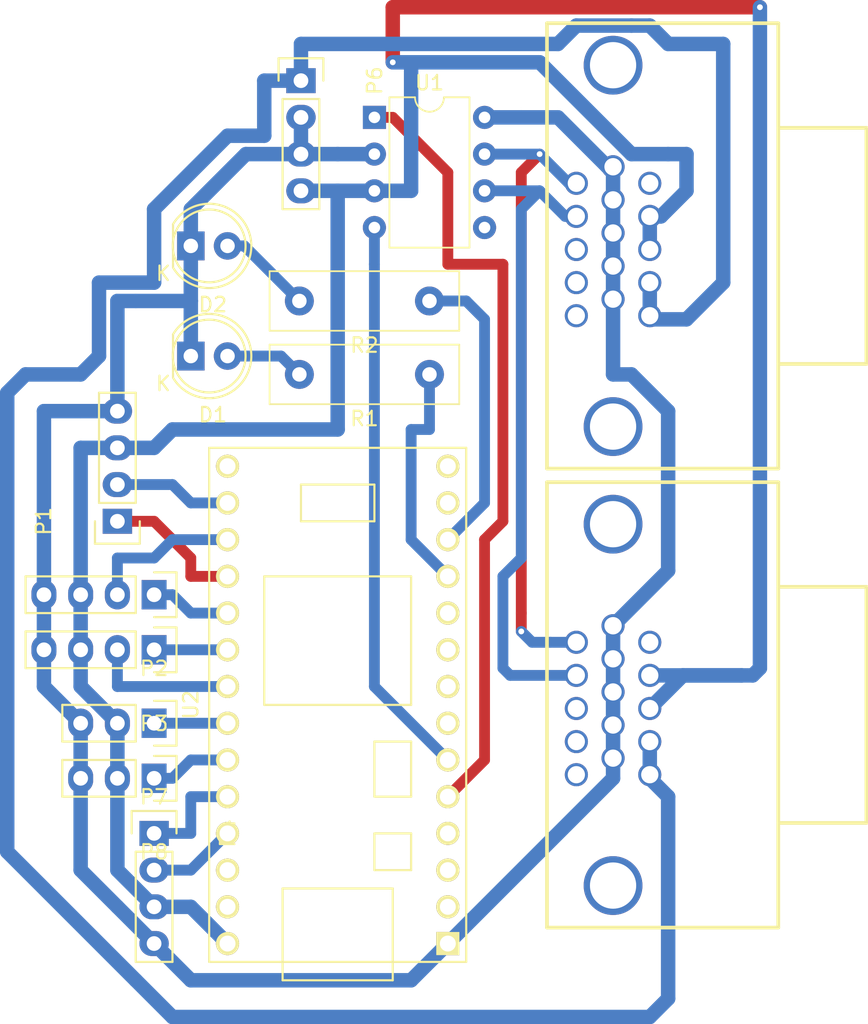
<source format=kicad_pcb>
(kicad_pcb (version 4) (host pcbnew 4.0.5)

  (general
    (links 60)
    (no_connects 8)
    (area 0 0 0 0)
    (thickness 1.6)
    (drawings 0)
    (tracks 177)
    (zones 0)
    (modules 15)
    (nets 24)
  )

  (page A4)
  (layers
    (0 F.Cu signal)
    (31 B.Cu signal)
    (32 B.Adhes user)
    (33 F.Adhes user)
    (34 B.Paste user)
    (35 F.Paste user)
    (36 B.SilkS user)
    (37 F.SilkS user)
    (38 B.Mask user)
    (39 F.Mask user)
    (40 Dwgs.User user)
    (41 Cmts.User user)
    (42 Eco1.User user)
    (43 Eco2.User user)
    (44 Edge.Cuts user)
    (45 Margin user)
    (46 B.CrtYd user)
    (47 F.CrtYd user)
    (48 B.Fab user)
    (49 F.Fab user)
  )

  (setup
    (last_trace_width 0.75)
    (trace_clearance 0.2)
    (zone_clearance 0.508)
    (zone_45_only no)
    (trace_min 0.2)
    (segment_width 0.2)
    (edge_width 0.1)
    (via_size 0.6)
    (via_drill 0.4)
    (via_min_size 0.4)
    (via_min_drill 0.3)
    (uvia_size 0.3)
    (uvia_drill 0.1)
    (uvias_allowed no)
    (uvia_min_size 0.2)
    (uvia_min_drill 0.1)
    (pcb_text_width 0.3)
    (pcb_text_size 1.5 1.5)
    (mod_edge_width 0.15)
    (mod_text_size 1 1)
    (mod_text_width 0.15)
    (pad_size 1.5 1.5)
    (pad_drill 0.6)
    (pad_to_mask_clearance 0)
    (aux_axis_origin 0 0)
    (visible_elements FFFFFF7F)
    (pcbplotparams
      (layerselection 0x00030_80000001)
      (usegerberextensions false)
      (excludeedgelayer true)
      (linewidth 0.100000)
      (plotframeref false)
      (viasonmask false)
      (mode 1)
      (useauxorigin false)
      (hpglpennumber 1)
      (hpglpenspeed 20)
      (hpglpendiameter 15)
      (hpglpenoverlay 2)
      (psnegative false)
      (psa4output false)
      (plotreference true)
      (plotvalue true)
      (plotinvisibletext false)
      (padsonsilk false)
      (subtractmaskfromsilk false)
      (outputformat 1)
      (mirror false)
      (drillshape 1)
      (scaleselection 1)
      (outputdirectory ""))
  )

  (net 0 "")
  (net 1 GND)
  (net 2 "Net-(D1-Pad2)")
  (net 3 "Net-(D2-Pad2)")
  (net 4 "Net-(J1-Pad0)")
  (net 5 +12V)
  (net 6 +5V)
  (net 7 "Net-(J2-Pad0)")
  (net 8 "Net-(R1-Pad1)")
  (net 9 "Net-(R2-Pad1)")
  (net 10 "Net-(U1-Pad1)")
  (net 11 "Net-(U1-Pad4)")
  (net 12 /CAN_LOW)
  (net 13 /CAN_HIGH)
  (net 14 /B1)
  (net 15 /A1)
  (net 16 /B2)
  (net 17 /A2)
  (net 18 /A3)
  (net 19 /B3)
  (net 20 /A4)
  (net 21 /B4)
  (net 22 /A7)
  (net 23 /A8)

  (net_class Default "This is the default net class."
    (clearance 0.2)
    (trace_width 0.75)
    (via_dia 0.6)
    (via_drill 0.4)
    (uvia_dia 0.3)
    (uvia_drill 0.1)
    (add_net /A1)
    (add_net /A2)
    (add_net /A3)
    (add_net /A4)
    (add_net /A7)
    (add_net /A8)
    (add_net /B1)
    (add_net /B2)
    (add_net /B3)
    (add_net /B4)
    (add_net /CAN_HIGH)
    (add_net /CAN_LOW)
    (add_net "Net-(D1-Pad2)")
    (add_net "Net-(D2-Pad2)")
    (add_net "Net-(J1-Pad0)")
    (add_net "Net-(J2-Pad0)")
    (add_net "Net-(R1-Pad1)")
    (add_net "Net-(R2-Pad1)")
    (add_net "Net-(U1-Pad1)")
    (add_net "Net-(U1-Pad4)")
  )

  (net_class Power ""
    (clearance 0.2)
    (trace_width 1)
    (via_dia 0.6)
    (via_drill 0.4)
    (uvia_dia 0.3)
    (uvia_drill 0.1)
    (add_net +12V)
    (add_net +5V)
    (add_net GND)
  )

  (module Housings_DIP:DIP-8_W7.62mm (layer F.Cu) (tedit 586281B4) (tstamp 587AA0CF)
    (at 158.75 78.74)
    (descr "8-lead dip package, row spacing 7.62 mm (300 mils)")
    (tags "DIL DIP PDIP 2.54mm 7.62mm 300mil")
    (path /587A97CC)
    (fp_text reference U1 (at 3.81 -2.39) (layer F.SilkS)
      (effects (font (size 1 1) (thickness 0.15)))
    )
    (fp_text value MCP2551-I/P (at 3.81 10.01) (layer F.Fab)
      (effects (font (size 1 1) (thickness 0.15)))
    )
    (fp_arc (start 3.81 -1.39) (end 2.81 -1.39) (angle -180) (layer F.SilkS) (width 0.12))
    (fp_line (start 1.635 -1.27) (end 6.985 -1.27) (layer F.Fab) (width 0.1))
    (fp_line (start 6.985 -1.27) (end 6.985 8.89) (layer F.Fab) (width 0.1))
    (fp_line (start 6.985 8.89) (end 0.635 8.89) (layer F.Fab) (width 0.1))
    (fp_line (start 0.635 8.89) (end 0.635 -0.27) (layer F.Fab) (width 0.1))
    (fp_line (start 0.635 -0.27) (end 1.635 -1.27) (layer F.Fab) (width 0.1))
    (fp_line (start 2.81 -1.39) (end 1.04 -1.39) (layer F.SilkS) (width 0.12))
    (fp_line (start 1.04 -1.39) (end 1.04 9.01) (layer F.SilkS) (width 0.12))
    (fp_line (start 1.04 9.01) (end 6.58 9.01) (layer F.SilkS) (width 0.12))
    (fp_line (start 6.58 9.01) (end 6.58 -1.39) (layer F.SilkS) (width 0.12))
    (fp_line (start 6.58 -1.39) (end 4.81 -1.39) (layer F.SilkS) (width 0.12))
    (fp_line (start -1.1 -1.6) (end -1.1 9.2) (layer F.CrtYd) (width 0.05))
    (fp_line (start -1.1 9.2) (end 8.7 9.2) (layer F.CrtYd) (width 0.05))
    (fp_line (start 8.7 9.2) (end 8.7 -1.6) (layer F.CrtYd) (width 0.05))
    (fp_line (start 8.7 -1.6) (end -1.1 -1.6) (layer F.CrtYd) (width 0.05))
    (pad 1 thru_hole rect (at 0 0) (size 1.6 1.6) (drill 0.8) (layers *.Cu *.Mask)
      (net 10 "Net-(U1-Pad1)"))
    (pad 5 thru_hole oval (at 7.62 7.62) (size 1.6 1.6) (drill 0.8) (layers *.Cu *.Mask))
    (pad 2 thru_hole oval (at 0 2.54) (size 1.6 1.6) (drill 0.8) (layers *.Cu *.Mask)
      (net 1 GND))
    (pad 6 thru_hole oval (at 7.62 5.08) (size 1.6 1.6) (drill 0.8) (layers *.Cu *.Mask)
      (net 12 /CAN_LOW))
    (pad 3 thru_hole oval (at 0 5.08) (size 1.6 1.6) (drill 0.8) (layers *.Cu *.Mask)
      (net 6 +5V))
    (pad 7 thru_hole oval (at 7.62 2.54) (size 1.6 1.6) (drill 0.8) (layers *.Cu *.Mask)
      (net 13 /CAN_HIGH))
    (pad 4 thru_hole oval (at 0 7.62) (size 1.6 1.6) (drill 0.8) (layers *.Cu *.Mask)
      (net 11 "Net-(U1-Pad4)"))
    (pad 8 thru_hole oval (at 7.62 0) (size 1.6 1.6) (drill 0.8) (layers *.Cu *.Mask)
      (net 1 GND))
    (model Housings_DIP.3dshapes/DIP-8_W7.62mm.wrl
      (at (xyz 0 0 0))
      (scale (xyz 1 1 1))
      (rotate (xyz 0 0 0))
    )
  )

  (module LEDs:LED-5MM (layer F.Cu) (tedit 5570F7EA) (tstamp 587AA06E)
    (at 146.05 95.25)
    (descr "LED 5mm round vertical")
    (tags "LED 5mm round vertical")
    (path /587A9AFF)
    (fp_text reference D1 (at 1.524 4.064) (layer F.SilkS)
      (effects (font (size 1 1) (thickness 0.15)))
    )
    (fp_text value LED (at 1.524 -3.937) (layer F.Fab)
      (effects (font (size 1 1) (thickness 0.15)))
    )
    (fp_line (start -1.5 -1.55) (end -1.5 1.55) (layer F.CrtYd) (width 0.05))
    (fp_arc (start 1.3 0) (end -1.5 1.55) (angle -302) (layer F.CrtYd) (width 0.05))
    (fp_arc (start 1.27 0) (end -1.23 -1.5) (angle 297.5) (layer F.SilkS) (width 0.15))
    (fp_line (start -1.23 1.5) (end -1.23 -1.5) (layer F.SilkS) (width 0.15))
    (fp_circle (center 1.27 0) (end 0.97 -2.5) (layer F.SilkS) (width 0.15))
    (fp_text user K (at -1.905 1.905) (layer F.SilkS)
      (effects (font (size 1 1) (thickness 0.15)))
    )
    (pad 1 thru_hole rect (at 0 0 90) (size 2 1.9) (drill 1.00076) (layers *.Cu *.Mask)
      (net 1 GND))
    (pad 2 thru_hole circle (at 2.54 0) (size 1.9 1.9) (drill 1.00076) (layers *.Cu *.Mask)
      (net 2 "Net-(D1-Pad2)"))
    (model LEDs.3dshapes/LED-5MM.wrl
      (at (xyz 0.05 0 0))
      (scale (xyz 1 1 1))
      (rotate (xyz 0 0 90))
    )
  )

  (module LEDs:LED-5MM (layer F.Cu) (tedit 5570F7EA) (tstamp 587AA074)
    (at 146.05 87.63)
    (descr "LED 5mm round vertical")
    (tags "LED 5mm round vertical")
    (path /587A9B4A)
    (fp_text reference D2 (at 1.524 4.064) (layer F.SilkS)
      (effects (font (size 1 1) (thickness 0.15)))
    )
    (fp_text value LED (at 1.524 -3.937) (layer F.Fab)
      (effects (font (size 1 1) (thickness 0.15)))
    )
    (fp_line (start -1.5 -1.55) (end -1.5 1.55) (layer F.CrtYd) (width 0.05))
    (fp_arc (start 1.3 0) (end -1.5 1.55) (angle -302) (layer F.CrtYd) (width 0.05))
    (fp_arc (start 1.27 0) (end -1.23 -1.5) (angle 297.5) (layer F.SilkS) (width 0.15))
    (fp_line (start -1.23 1.5) (end -1.23 -1.5) (layer F.SilkS) (width 0.15))
    (fp_circle (center 1.27 0) (end 0.97 -2.5) (layer F.SilkS) (width 0.15))
    (fp_text user K (at -1.905 1.905) (layer F.SilkS)
      (effects (font (size 1 1) (thickness 0.15)))
    )
    (pad 1 thru_hole rect (at 0 0 90) (size 2 1.9) (drill 1.00076) (layers *.Cu *.Mask)
      (net 1 GND))
    (pad 2 thru_hole circle (at 2.54 0) (size 1.9 1.9) (drill 1.00076) (layers *.Cu *.Mask)
      (net 3 "Net-(D2-Pad2)"))
    (model LEDs.3dshapes/LED-5MM.wrl
      (at (xyz 0.05 0 0))
      (scale (xyz 1 1 1))
      (rotate (xyz 0 0 90))
    )
  )

  (module conn-db15-SPC15430:conn_SPC15430 (layer F.Cu) (tedit 0) (tstamp 587AA089)
    (at 175.26 119.38 270)
    (path /587A98D5)
    (fp_text reference J1 (at -8.6487 -6.9088 270) (layer F.SilkS) hide
      (effects (font (size 0.59944 0.59944) (thickness 0.0508)))
    )
    (fp_text value DB15_HighDensity_MountingHoles (at 6.858 -6.7945 270) (layer F.SilkS) hide
      (effects (font (size 0.59944 0.59944) (thickness 0.0508)))
    )
    (fp_line (start -8.1661 -17.526) (end -8.1661 -11.43) (layer F.SilkS) (width 0.254))
    (fp_line (start -8.1661 -17.526) (end 8.1661 -17.526) (layer F.SilkS) (width 0.254))
    (fp_line (start 8.1661 -17.526) (end 8.1661 -11.43) (layer F.SilkS) (width 0.254))
    (fp_line (start -15.4051 -11.43) (end 15.4051 -11.43) (layer F.SilkS) (width 0.254))
    (fp_line (start 15.4051 -11.43) (end 15.4051 4.572) (layer F.SilkS) (width 0.254))
    (fp_line (start 15.4051 4.572) (end -15.4051 4.572) (layer F.SilkS) (width 0.254))
    (fp_line (start -15.4051 -11.43) (end -15.4051 4.572) (layer F.SilkS) (width 0.254))
    (pad 0 thru_hole circle (at -12.49934 0 270) (size 4.064 4.064) (drill 3.2004) (layers *.Cu *.Mask)
      (net 4 "Net-(J1-Pad0)"))
    (pad 0 thru_hole circle (at 12.49934 0 270) (size 4.064 4.064) (drill 3.2004) (layers *.Cu *.Mask)
      (net 4 "Net-(J1-Pad0)"))
    (pad 15 thru_hole circle (at 4.83 -2.54 270) (size 1.6002 1.6002) (drill 1.19126) (layers *.Cu *.Mask)
      (net 5 +12V))
    (pad 10 thru_hole circle (at 3.685 0 270) (size 1.6002 1.6002) (drill 1.19126) (layers *.Cu *.Mask)
      (net 1 GND))
    (pad 14 thru_hole circle (at 2.54 -2.54 270) (size 1.6002 1.6002) (drill 1.19126) (layers *.Cu *.Mask)
      (net 5 +12V))
    (pad 13 thru_hole circle (at 0.25 -2.54 270) (size 1.6002 1.6002) (drill 1.19126) (layers *.Cu *.Mask)
      (net 6 +5V))
    (pad 12 thru_hole circle (at -2.04 -2.54 270) (size 1.6002 1.6002) (drill 1.19126) (layers *.Cu *.Mask)
      (net 6 +5V))
    (pad 11 thru_hole circle (at -4.33 -2.54 270) (size 1.6002 1.6002) (drill 1.19126) (layers *.Cu *.Mask))
    (pad 9 thru_hole circle (at 1.395 0 270) (size 1.6002 1.6002) (drill 1.19126) (layers *.Cu *.Mask)
      (net 1 GND))
    (pad 8 thru_hole circle (at -0.895 0 270) (size 1.6002 1.6002) (drill 1.19126) (layers *.Cu *.Mask)
      (net 1 GND))
    (pad 7 thru_hole circle (at -3.185 0 270) (size 1.6002 1.6002) (drill 1.19126) (layers *.Cu *.Mask)
      (net 1 GND))
    (pad 6 thru_hole circle (at -5.475 0 270) (size 1.6002 1.6002) (drill 1.2) (layers *.Cu *.Mask)
      (net 1 GND))
    (pad 5 thru_hole circle (at 4.83 2.54 270) (size 1.6002 1.6002) (drill 1.19126) (layers *.Cu *.Mask))
    (pad 4 thru_hole circle (at 2.54 2.54 270) (size 1.6002 1.6002) (drill 1.19126) (layers *.Cu *.Mask))
    (pad 3 thru_hole circle (at 0.25 2.54 270) (size 1.6002 1.6002) (drill 1.19126) (layers *.Cu *.Mask))
    (pad 2 thru_hole circle (at -2.04 2.54 270) (size 1.6002 1.6002) (drill 1.19126) (layers *.Cu *.Mask)
      (net 12 /CAN_LOW))
    (pad 1 thru_hole circle (at -4.33 2.54 270) (size 1.6002 1.6002) (drill 1.19126) (layers *.Cu *.Mask)
      (net 13 /CAN_HIGH))
    (model conn_spc15430.wrl
      (at (xyz 0 0 0))
      (scale (xyz 1 1 1))
      (rotate (xyz 0 0 0))
    )
  )

  (module conn-db15-SPC15430:conn_SPC15430 (layer F.Cu) (tedit 0) (tstamp 587AA09E)
    (at 175.26 87.63 270)
    (path /587A995C)
    (fp_text reference J2 (at -8.6487 -6.9088 270) (layer F.SilkS) hide
      (effects (font (size 0.59944 0.59944) (thickness 0.0508)))
    )
    (fp_text value DB15_HighDensity_MountingHoles (at 6.858 -6.7945 270) (layer F.SilkS) hide
      (effects (font (size 0.59944 0.59944) (thickness 0.0508)))
    )
    (fp_line (start -8.1661 -17.526) (end -8.1661 -11.43) (layer F.SilkS) (width 0.254))
    (fp_line (start -8.1661 -17.526) (end 8.1661 -17.526) (layer F.SilkS) (width 0.254))
    (fp_line (start 8.1661 -17.526) (end 8.1661 -11.43) (layer F.SilkS) (width 0.254))
    (fp_line (start -15.4051 -11.43) (end 15.4051 -11.43) (layer F.SilkS) (width 0.254))
    (fp_line (start 15.4051 -11.43) (end 15.4051 4.572) (layer F.SilkS) (width 0.254))
    (fp_line (start 15.4051 4.572) (end -15.4051 4.572) (layer F.SilkS) (width 0.254))
    (fp_line (start -15.4051 -11.43) (end -15.4051 4.572) (layer F.SilkS) (width 0.254))
    (pad 0 thru_hole circle (at -12.49934 0 270) (size 4.064 4.064) (drill 3.2004) (layers *.Cu *.Mask)
      (net 7 "Net-(J2-Pad0)"))
    (pad 0 thru_hole circle (at 12.49934 0 270) (size 4.064 4.064) (drill 3.2004) (layers *.Cu *.Mask)
      (net 7 "Net-(J2-Pad0)"))
    (pad 15 thru_hole circle (at 4.83 -2.54 270) (size 1.6002 1.6002) (drill 1.19126) (layers *.Cu *.Mask)
      (net 5 +12V))
    (pad 10 thru_hole circle (at 3.685 0 270) (size 1.6002 1.6002) (drill 1.19126) (layers *.Cu *.Mask)
      (net 1 GND))
    (pad 14 thru_hole circle (at 2.54 -2.54 270) (size 1.6002 1.6002) (drill 1.19126) (layers *.Cu *.Mask)
      (net 5 +12V))
    (pad 13 thru_hole circle (at 0.25 -2.54 270) (size 1.6002 1.6002) (drill 1.19126) (layers *.Cu *.Mask)
      (net 6 +5V))
    (pad 12 thru_hole circle (at -2.04 -2.54 270) (size 1.6002 1.6002) (drill 1.19126) (layers *.Cu *.Mask)
      (net 6 +5V))
    (pad 11 thru_hole circle (at -4.33 -2.54 270) (size 1.6002 1.6002) (drill 1.19126) (layers *.Cu *.Mask))
    (pad 9 thru_hole circle (at 1.395 0 270) (size 1.6002 1.6002) (drill 1.19126) (layers *.Cu *.Mask)
      (net 1 GND))
    (pad 8 thru_hole circle (at -0.895 0 270) (size 1.6002 1.6002) (drill 1.19126) (layers *.Cu *.Mask)
      (net 1 GND))
    (pad 7 thru_hole circle (at -3.185 0 270) (size 1.6002 1.6002) (drill 1.19126) (layers *.Cu *.Mask)
      (net 1 GND))
    (pad 6 thru_hole circle (at -5.475 0 270) (size 1.6002 1.6002) (drill 1.2) (layers *.Cu *.Mask)
      (net 1 GND))
    (pad 5 thru_hole circle (at 4.83 2.54 270) (size 1.6002 1.6002) (drill 1.19126) (layers *.Cu *.Mask))
    (pad 4 thru_hole circle (at 2.54 2.54 270) (size 1.6002 1.6002) (drill 1.19126) (layers *.Cu *.Mask))
    (pad 3 thru_hole circle (at 0.25 2.54 270) (size 1.6002 1.6002) (drill 1.19126) (layers *.Cu *.Mask))
    (pad 2 thru_hole circle (at -2.04 2.54 270) (size 1.6002 1.6002) (drill 1.19126) (layers *.Cu *.Mask)
      (net 12 /CAN_LOW))
    (pad 1 thru_hole circle (at -4.33 2.54 270) (size 1.6002 1.6002) (drill 1.19126) (layers *.Cu *.Mask)
      (net 13 /CAN_HIGH))
    (model conn_spc15430.wrl
      (at (xyz 0 0 0))
      (scale (xyz 1 1 1))
      (rotate (xyz 0 0 0))
    )
  )

  (module Socket_Strips:Socket_Strip_Straight_1x04 (layer F.Cu) (tedit 0) (tstamp 587AA0B7)
    (at 143.51 111.76 180)
    (descr "Through hole socket strip")
    (tags "socket strip")
    (path /588FB909)
    (fp_text reference P2 (at 0 -5.1 180) (layer F.SilkS)
      (effects (font (size 1 1) (thickness 0.15)))
    )
    (fp_text value CONN_01X04 (at 0 -3.1 180) (layer F.Fab)
      (effects (font (size 1 1) (thickness 0.15)))
    )
    (fp_line (start -1.75 -1.75) (end -1.75 1.75) (layer F.CrtYd) (width 0.05))
    (fp_line (start 9.4 -1.75) (end 9.4 1.75) (layer F.CrtYd) (width 0.05))
    (fp_line (start -1.75 -1.75) (end 9.4 -1.75) (layer F.CrtYd) (width 0.05))
    (fp_line (start -1.75 1.75) (end 9.4 1.75) (layer F.CrtYd) (width 0.05))
    (fp_line (start 1.27 -1.27) (end 8.89 -1.27) (layer F.SilkS) (width 0.15))
    (fp_line (start 1.27 1.27) (end 8.89 1.27) (layer F.SilkS) (width 0.15))
    (fp_line (start -1.55 1.55) (end 0 1.55) (layer F.SilkS) (width 0.15))
    (fp_line (start 8.89 -1.27) (end 8.89 1.27) (layer F.SilkS) (width 0.15))
    (fp_line (start 1.27 1.27) (end 1.27 -1.27) (layer F.SilkS) (width 0.15))
    (fp_line (start 0 -1.55) (end -1.55 -1.55) (layer F.SilkS) (width 0.15))
    (fp_line (start -1.55 -1.55) (end -1.55 1.55) (layer F.SilkS) (width 0.15))
    (pad 1 thru_hole rect (at 0 0 180) (size 1.7272 2.032) (drill 1.016) (layers *.Cu *.Mask)
      (net 16 /B2))
    (pad 2 thru_hole oval (at 2.54 0 180) (size 1.7272 2.032) (drill 1.016) (layers *.Cu *.Mask)
      (net 17 /A2))
    (pad 3 thru_hole oval (at 5.08 0 180) (size 1.7272 2.032) (drill 1.016) (layers *.Cu *.Mask)
      (net 6 +5V))
    (pad 4 thru_hole oval (at 7.62 0 180) (size 1.7272 2.032) (drill 1.016) (layers *.Cu *.Mask)
      (net 1 GND))
    (model Socket_Strips.3dshapes/Socket_Strip_Straight_1x04.wrl
      (at (xyz 0.15 0 0))
      (scale (xyz 1 1 1))
      (rotate (xyz 0 0 180))
    )
  )

  (module Resistors_THT:R_Box_L13.0mm_W4.0mm_P9.00mm (layer F.Cu) (tedit 5874F707) (tstamp 587AA0BD)
    (at 162.56 96.52 180)
    (descr "Resistor, Box series, Radial, pin pitch=9.00mm, 2W, length*width=13*4mm^2, http://www.produktinfo.conrad.com/datenblaetter/425000-449999/443860-da-01-de-METALLBAND_WIDERSTAND_0_1_OHM_5W_5Pr.pdf")
    (tags "Resistor Box series Radial pin pitch 9.00mm 2W length 13mm width 4mm")
    (path /587A999E)
    (fp_text reference R1 (at 4.5 -3.06 180) (layer F.SilkS)
      (effects (font (size 1 1) (thickness 0.15)))
    )
    (fp_text value R (at 4.5 3.06 180) (layer F.Fab)
      (effects (font (size 1 1) (thickness 0.15)))
    )
    (fp_line (start -2 -2) (end -2 2) (layer F.Fab) (width 0.1))
    (fp_line (start -2 2) (end 11 2) (layer F.Fab) (width 0.1))
    (fp_line (start 11 2) (end 11 -2) (layer F.Fab) (width 0.1))
    (fp_line (start 11 -2) (end -2 -2) (layer F.Fab) (width 0.1))
    (fp_line (start -2.06 -2.06) (end 11.06 -2.06) (layer F.SilkS) (width 0.12))
    (fp_line (start -2.06 2.06) (end 11.06 2.06) (layer F.SilkS) (width 0.12))
    (fp_line (start -2.06 -2.06) (end -2.06 2.06) (layer F.SilkS) (width 0.12))
    (fp_line (start 11.06 -2.06) (end 11.06 2.06) (layer F.SilkS) (width 0.12))
    (fp_line (start -2.35 -2.35) (end -2.35 2.35) (layer F.CrtYd) (width 0.05))
    (fp_line (start -2.35 2.35) (end 11.35 2.35) (layer F.CrtYd) (width 0.05))
    (fp_line (start 11.35 2.35) (end 11.35 -2.35) (layer F.CrtYd) (width 0.05))
    (fp_line (start 11.35 -2.35) (end -2.35 -2.35) (layer F.CrtYd) (width 0.05))
    (pad 1 thru_hole circle (at 0 0 180) (size 2 2) (drill 1) (layers *.Cu *.Mask)
      (net 8 "Net-(R1-Pad1)"))
    (pad 2 thru_hole circle (at 9 0 180) (size 2 2) (drill 1) (layers *.Cu *.Mask)
      (net 2 "Net-(D1-Pad2)"))
    (model Resistors_ThroughHole.3dshapes/R_Box_L13.0mm_W4.0mm_P9.00mm.wrl
      (at (xyz 0 0 0))
      (scale (xyz 0.393701 0.393701 0.393701))
      (rotate (xyz 0 0 0))
    )
  )

  (module Resistors_THT:R_Box_L13.0mm_W4.0mm_P9.00mm (layer F.Cu) (tedit 5874F707) (tstamp 587AA0C3)
    (at 162.56 91.44 180)
    (descr "Resistor, Box series, Radial, pin pitch=9.00mm, 2W, length*width=13*4mm^2, http://www.produktinfo.conrad.com/datenblaetter/425000-449999/443860-da-01-de-METALLBAND_WIDERSTAND_0_1_OHM_5W_5Pr.pdf")
    (tags "Resistor Box series Radial pin pitch 9.00mm 2W length 13mm width 4mm")
    (path /587A99EC)
    (fp_text reference R2 (at 4.5 -3.06 180) (layer F.SilkS)
      (effects (font (size 1 1) (thickness 0.15)))
    )
    (fp_text value R (at 4.5 3.06 180) (layer F.Fab)
      (effects (font (size 1 1) (thickness 0.15)))
    )
    (fp_line (start -2 -2) (end -2 2) (layer F.Fab) (width 0.1))
    (fp_line (start -2 2) (end 11 2) (layer F.Fab) (width 0.1))
    (fp_line (start 11 2) (end 11 -2) (layer F.Fab) (width 0.1))
    (fp_line (start 11 -2) (end -2 -2) (layer F.Fab) (width 0.1))
    (fp_line (start -2.06 -2.06) (end 11.06 -2.06) (layer F.SilkS) (width 0.12))
    (fp_line (start -2.06 2.06) (end 11.06 2.06) (layer F.SilkS) (width 0.12))
    (fp_line (start -2.06 -2.06) (end -2.06 2.06) (layer F.SilkS) (width 0.12))
    (fp_line (start 11.06 -2.06) (end 11.06 2.06) (layer F.SilkS) (width 0.12))
    (fp_line (start -2.35 -2.35) (end -2.35 2.35) (layer F.CrtYd) (width 0.05))
    (fp_line (start -2.35 2.35) (end 11.35 2.35) (layer F.CrtYd) (width 0.05))
    (fp_line (start 11.35 2.35) (end 11.35 -2.35) (layer F.CrtYd) (width 0.05))
    (fp_line (start 11.35 -2.35) (end -2.35 -2.35) (layer F.CrtYd) (width 0.05))
    (pad 1 thru_hole circle (at 0 0 180) (size 2 2) (drill 1) (layers *.Cu *.Mask)
      (net 9 "Net-(R2-Pad1)"))
    (pad 2 thru_hole circle (at 9 0 180) (size 2 2) (drill 1) (layers *.Cu *.Mask)
      (net 3 "Net-(D2-Pad2)"))
    (model Resistors_ThroughHole.3dshapes/R_Box_L13.0mm_W4.0mm_P9.00mm.wrl
      (at (xyz 0 0 0))
      (scale (xyz 0.393701 0.393701 0.393701))
      (rotate (xyz 0 0 0))
    )
  )

  (module Teensy:Teensy30_31_32_LC_LessPins (layer F.Cu) (tedit 587AB609) (tstamp 587D2280)
    (at 156.21 119.38 90)
    (path /587A9849)
    (fp_text reference U2 (at 0 -10.16 90) (layer F.SilkS)
      (effects (font (size 1 1) (thickness 0.15)))
    )
    (fp_text value Teensy3.2 (at 0 10.16 90) (layer F.Fab)
      (effects (font (size 1 1) (thickness 0.15)))
    )
    (fp_line (start -17.78 3.81) (end -19.05 3.81) (layer F.SilkS) (width 0.15))
    (fp_line (start -19.05 3.81) (end -19.05 -3.81) (layer F.SilkS) (width 0.15))
    (fp_line (start -19.05 -3.81) (end -17.78 -3.81) (layer F.SilkS) (width 0.15))
    (fp_line (start -6.35 5.08) (end -2.54 5.08) (layer F.SilkS) (width 0.15))
    (fp_line (start -2.54 5.08) (end -2.54 2.54) (layer F.SilkS) (width 0.15))
    (fp_line (start -2.54 2.54) (end -6.35 2.54) (layer F.SilkS) (width 0.15))
    (fp_line (start -6.35 2.54) (end -6.35 5.08) (layer F.SilkS) (width 0.15))
    (fp_line (start -12.7 3.81) (end -12.7 -3.81) (layer F.SilkS) (width 0.15))
    (fp_line (start -12.7 -3.81) (end -17.78 -3.81) (layer F.SilkS) (width 0.15))
    (fp_line (start -12.7 3.81) (end -17.78 3.81) (layer F.SilkS) (width 0.15))
    (fp_line (start -11.43 5.08) (end -8.89 5.08) (layer F.SilkS) (width 0.15))
    (fp_line (start -8.89 5.08) (end -8.89 2.54) (layer F.SilkS) (width 0.15))
    (fp_line (start -8.89 2.54) (end -11.43 2.54) (layer F.SilkS) (width 0.15))
    (fp_line (start -11.43 2.54) (end -11.43 5.08) (layer F.SilkS) (width 0.15))
    (fp_line (start 15.24 -2.54) (end 15.24 2.54) (layer F.SilkS) (width 0.15))
    (fp_line (start 15.24 2.54) (end 12.7 2.54) (layer F.SilkS) (width 0.15))
    (fp_line (start 12.7 2.54) (end 12.7 -2.54) (layer F.SilkS) (width 0.15))
    (fp_line (start 12.7 -2.54) (end 15.24 -2.54) (layer F.SilkS) (width 0.15))
    (fp_line (start 8.89 5.08) (end 8.89 -5.08) (layer F.SilkS) (width 0.15))
    (fp_line (start 0 -5.08) (end 0 5.08) (layer F.SilkS) (width 0.15))
    (fp_line (start 8.89 -5.08) (end 0 -5.08) (layer F.SilkS) (width 0.15))
    (fp_line (start 8.89 5.08) (end 0 5.08) (layer F.SilkS) (width 0.15))
    (fp_line (start -17.78 -8.89) (end 17.78 -8.89) (layer F.SilkS) (width 0.15))
    (fp_line (start 17.78 -8.89) (end 17.78 8.89) (layer F.SilkS) (width 0.15))
    (fp_line (start 17.78 8.89) (end -17.78 8.89) (layer F.SilkS) (width 0.15))
    (fp_line (start -17.78 8.89) (end -17.78 -8.89) (layer F.SilkS) (width 0.15))
    (pad 20 thru_hole circle (at 16.51 -7.62 90) (size 1.6 1.6) (drill 1.1) (layers *.Cu *.Mask F.SilkS))
    (pad 14 thru_hole circle (at 16.51 7.62 90) (size 1.6 1.6) (drill 1.1) (layers *.Cu *.Mask F.SilkS))
    (pad 21 thru_hole circle (at 13.97 -7.62 90) (size 1.6 1.6) (drill 1.1) (layers *.Cu *.Mask F.SilkS)
      (net 15 /A1))
    (pad 22 thru_hole circle (at 11.43 -7.62 90) (size 1.6 1.6) (drill 1.1) (layers *.Cu *.Mask F.SilkS)
      (net 17 /A2))
    (pad 23 thru_hole circle (at 8.89 -7.62 90) (size 1.6 1.6) (drill 1.1) (layers *.Cu *.Mask F.SilkS)
      (net 14 /B1))
    (pad 24 thru_hole circle (at 6.35 -7.62 90) (size 1.6 1.6) (drill 1.1) (layers *.Cu *.Mask F.SilkS)
      (net 16 /B2))
    (pad 25 thru_hole circle (at 3.81 -7.62 90) (size 1.6 1.6) (drill 1.1) (layers *.Cu *.Mask F.SilkS)
      (net 18 /A3))
    (pad 26 thru_hole circle (at 1.27 -7.62 90) (size 1.6 1.6) (drill 1.1) (layers *.Cu *.Mask F.SilkS)
      (net 19 /B3))
    (pad 27 thru_hole circle (at -1.27 -7.62 90) (size 1.6 1.6) (drill 1.1) (layers *.Cu *.Mask F.SilkS)
      (net 22 /A7))
    (pad 28 thru_hole circle (at -3.81 -7.62 90) (size 1.6 1.6) (drill 1.1) (layers *.Cu *.Mask F.SilkS)
      (net 23 /A8))
    (pad 29 thru_hole circle (at -6.35 -7.62 90) (size 1.6 1.6) (drill 1.1) (layers *.Cu *.Mask F.SilkS)
      (net 20 /A4))
    (pad 30 thru_hole circle (at -8.89 -7.62 90) (size 1.6 1.6) (drill 1.1) (layers *.Cu *.Mask F.SilkS)
      (net 21 /B4))
    (pad 31 thru_hole circle (at -11.43 -7.62 90) (size 1.6 1.6) (drill 1.1) (layers *.Cu *.Mask F.SilkS))
    (pad 32 thru_hole circle (at -13.97 -7.62 90) (size 1.6 1.6) (drill 1.1) (layers *.Cu *.Mask F.SilkS))
    (pad 33 thru_hole circle (at -16.51 -7.62 90) (size 1.6 1.6) (drill 1.1) (layers *.Cu *.Mask F.SilkS)
      (net 6 +5V))
    (pad 13 thru_hole circle (at 13.97 7.62 90) (size 1.6 1.6) (drill 1.1) (layers *.Cu *.Mask F.SilkS))
    (pad 12 thru_hole circle (at 11.43 7.62 90) (size 1.6 1.6) (drill 1.1) (layers *.Cu *.Mask F.SilkS)
      (net 9 "Net-(R2-Pad1)"))
    (pad 11 thru_hole circle (at 8.89 7.62 90) (size 1.6 1.6) (drill 1.1) (layers *.Cu *.Mask F.SilkS)
      (net 8 "Net-(R1-Pad1)"))
    (pad 10 thru_hole circle (at 6.35 7.62 90) (size 1.6 1.6) (drill 1.1) (layers *.Cu *.Mask F.SilkS))
    (pad 9 thru_hole circle (at 3.81 7.62 90) (size 1.6 1.6) (drill 1.1) (layers *.Cu *.Mask F.SilkS))
    (pad 8 thru_hole circle (at 1.27 7.62 90) (size 1.6 1.6) (drill 1.1) (layers *.Cu *.Mask F.SilkS))
    (pad 7 thru_hole circle (at -1.27 7.62 90) (size 1.6 1.6) (drill 1.1) (layers *.Cu *.Mask F.SilkS))
    (pad 6 thru_hole circle (at -3.81 7.62 90) (size 1.6 1.6) (drill 1.1) (layers *.Cu *.Mask F.SilkS)
      (net 11 "Net-(U1-Pad4)"))
    (pad 5 thru_hole circle (at -6.35 7.62 90) (size 1.6 1.6) (drill 1.1) (layers *.Cu *.Mask F.SilkS)
      (net 10 "Net-(U1-Pad1)"))
    (pad 4 thru_hole circle (at -8.89 7.62 90) (size 1.6 1.6) (drill 1.1) (layers *.Cu *.Mask F.SilkS))
    (pad 3 thru_hole circle (at -11.43 7.62 90) (size 1.6 1.6) (drill 1.1) (layers *.Cu *.Mask F.SilkS))
    (pad 2 thru_hole circle (at -13.97 7.62 90) (size 1.6 1.6) (drill 1.1) (layers *.Cu *.Mask F.SilkS))
    (pad 1 thru_hole rect (at -16.51 7.62 90) (size 1.6 1.6) (drill 1.1) (layers *.Cu *.Mask F.SilkS)
      (net 1 GND))
  )

  (module Socket_Strips:Socket_Strip_Straight_1x04 (layer F.Cu) (tedit 0) (tstamp 588F9AAD)
    (at 143.51 115.57 180)
    (descr "Through hole socket strip")
    (tags "socket strip")
    (path /588FAD0F)
    (fp_text reference P3 (at 0 -5.1 180) (layer F.SilkS)
      (effects (font (size 1 1) (thickness 0.15)))
    )
    (fp_text value CONN_01X04 (at 0 -3.1 180) (layer F.Fab)
      (effects (font (size 1 1) (thickness 0.15)))
    )
    (fp_line (start -1.75 -1.75) (end -1.75 1.75) (layer F.CrtYd) (width 0.05))
    (fp_line (start 9.4 -1.75) (end 9.4 1.75) (layer F.CrtYd) (width 0.05))
    (fp_line (start -1.75 -1.75) (end 9.4 -1.75) (layer F.CrtYd) (width 0.05))
    (fp_line (start -1.75 1.75) (end 9.4 1.75) (layer F.CrtYd) (width 0.05))
    (fp_line (start 1.27 -1.27) (end 8.89 -1.27) (layer F.SilkS) (width 0.15))
    (fp_line (start 1.27 1.27) (end 8.89 1.27) (layer F.SilkS) (width 0.15))
    (fp_line (start -1.55 1.55) (end 0 1.55) (layer F.SilkS) (width 0.15))
    (fp_line (start 8.89 -1.27) (end 8.89 1.27) (layer F.SilkS) (width 0.15))
    (fp_line (start 1.27 1.27) (end 1.27 -1.27) (layer F.SilkS) (width 0.15))
    (fp_line (start 0 -1.55) (end -1.55 -1.55) (layer F.SilkS) (width 0.15))
    (fp_line (start -1.55 -1.55) (end -1.55 1.55) (layer F.SilkS) (width 0.15))
    (pad 1 thru_hole rect (at 0 0 180) (size 1.7272 2.032) (drill 1.016) (layers *.Cu *.Mask)
      (net 18 /A3))
    (pad 2 thru_hole oval (at 2.54 0 180) (size 1.7272 2.032) (drill 1.016) (layers *.Cu *.Mask)
      (net 19 /B3))
    (pad 3 thru_hole oval (at 5.08 0 180) (size 1.7272 2.032) (drill 1.016) (layers *.Cu *.Mask)
      (net 6 +5V))
    (pad 4 thru_hole oval (at 7.62 0 180) (size 1.7272 2.032) (drill 1.016) (layers *.Cu *.Mask)
      (net 1 GND))
    (model Socket_Strips.3dshapes/Socket_Strip_Straight_1x04.wrl
      (at (xyz 0.15 0 0))
      (scale (xyz 1 1 1))
      (rotate (xyz 0 0 180))
    )
  )

  (module Socket_Strips:Socket_Strip_Straight_1x04 (layer F.Cu) (tedit 0) (tstamp 588F9AC0)
    (at 143.51 128.27 270)
    (descr "Through hole socket strip")
    (tags "socket strip")
    (path /588FB954)
    (fp_text reference P4 (at 0 -5.1 270) (layer F.SilkS)
      (effects (font (size 1 1) (thickness 0.15)))
    )
    (fp_text value CONN_01X04 (at 0 -3.1 270) (layer F.Fab)
      (effects (font (size 1 1) (thickness 0.15)))
    )
    (fp_line (start -1.75 -1.75) (end -1.75 1.75) (layer F.CrtYd) (width 0.05))
    (fp_line (start 9.4 -1.75) (end 9.4 1.75) (layer F.CrtYd) (width 0.05))
    (fp_line (start -1.75 -1.75) (end 9.4 -1.75) (layer F.CrtYd) (width 0.05))
    (fp_line (start -1.75 1.75) (end 9.4 1.75) (layer F.CrtYd) (width 0.05))
    (fp_line (start 1.27 -1.27) (end 8.89 -1.27) (layer F.SilkS) (width 0.15))
    (fp_line (start 1.27 1.27) (end 8.89 1.27) (layer F.SilkS) (width 0.15))
    (fp_line (start -1.55 1.55) (end 0 1.55) (layer F.SilkS) (width 0.15))
    (fp_line (start 8.89 -1.27) (end 8.89 1.27) (layer F.SilkS) (width 0.15))
    (fp_line (start 1.27 1.27) (end 1.27 -1.27) (layer F.SilkS) (width 0.15))
    (fp_line (start 0 -1.55) (end -1.55 -1.55) (layer F.SilkS) (width 0.15))
    (fp_line (start -1.55 -1.55) (end -1.55 1.55) (layer F.SilkS) (width 0.15))
    (pad 1 thru_hole rect (at 0 0 270) (size 1.7272 2.032) (drill 1.016) (layers *.Cu *.Mask)
      (net 20 /A4))
    (pad 2 thru_hole oval (at 2.54 0 270) (size 1.7272 2.032) (drill 1.016) (layers *.Cu *.Mask)
      (net 21 /B4))
    (pad 3 thru_hole oval (at 5.08 0 270) (size 1.7272 2.032) (drill 1.016) (layers *.Cu *.Mask)
      (net 6 +5V))
    (pad 4 thru_hole oval (at 7.62 0 270) (size 1.7272 2.032) (drill 1.016) (layers *.Cu *.Mask)
      (net 1 GND))
    (model Socket_Strips.3dshapes/Socket_Strip_Straight_1x04.wrl
      (at (xyz 0.15 0 0))
      (scale (xyz 1 1 1))
      (rotate (xyz 0 0 180))
    )
  )

  (module Socket_Strips:Socket_Strip_Straight_1x04 (layer F.Cu) (tedit 0) (tstamp 588F9AD3)
    (at 153.67 76.2 270)
    (descr "Through hole socket strip")
    (tags "socket strip")
    (path /588FB9A7)
    (fp_text reference P6 (at 0 -5.1 270) (layer F.SilkS)
      (effects (font (size 1 1) (thickness 0.15)))
    )
    (fp_text value CONN_01X04 (at 0 -3.1 270) (layer F.Fab)
      (effects (font (size 1 1) (thickness 0.15)))
    )
    (fp_line (start -1.75 -1.75) (end -1.75 1.75) (layer F.CrtYd) (width 0.05))
    (fp_line (start 9.4 -1.75) (end 9.4 1.75) (layer F.CrtYd) (width 0.05))
    (fp_line (start -1.75 -1.75) (end 9.4 -1.75) (layer F.CrtYd) (width 0.05))
    (fp_line (start -1.75 1.75) (end 9.4 1.75) (layer F.CrtYd) (width 0.05))
    (fp_line (start 1.27 -1.27) (end 8.89 -1.27) (layer F.SilkS) (width 0.15))
    (fp_line (start 1.27 1.27) (end 8.89 1.27) (layer F.SilkS) (width 0.15))
    (fp_line (start -1.55 1.55) (end 0 1.55) (layer F.SilkS) (width 0.15))
    (fp_line (start 8.89 -1.27) (end 8.89 1.27) (layer F.SilkS) (width 0.15))
    (fp_line (start 1.27 1.27) (end 1.27 -1.27) (layer F.SilkS) (width 0.15))
    (fp_line (start 0 -1.55) (end -1.55 -1.55) (layer F.SilkS) (width 0.15))
    (fp_line (start -1.55 -1.55) (end -1.55 1.55) (layer F.SilkS) (width 0.15))
    (pad 1 thru_hole rect (at 0 0 270) (size 1.7272 2.032) (drill 1.016) (layers *.Cu *.Mask)
      (net 5 +12V))
    (pad 2 thru_hole oval (at 2.54 0 270) (size 1.7272 2.032) (drill 1.016) (layers *.Cu *.Mask)
      (net 1 GND))
    (pad 3 thru_hole oval (at 5.08 0 270) (size 1.7272 2.032) (drill 1.016) (layers *.Cu *.Mask)
      (net 1 GND))
    (pad 4 thru_hole oval (at 7.62 0 270) (size 1.7272 2.032) (drill 1.016) (layers *.Cu *.Mask)
      (net 6 +5V))
    (model Socket_Strips.3dshapes/Socket_Strip_Straight_1x04.wrl
      (at (xyz 0.15 0 0))
      (scale (xyz 1 1 1))
      (rotate (xyz 0 0 180))
    )
  )

  (module Socket_Strips:Socket_Strip_Straight_1x03 (layer F.Cu) (tedit 54E9F429) (tstamp 588F9AE5)
    (at 143.51 120.65 180)
    (descr "Through hole socket strip")
    (tags "socket strip")
    (path /588FCF80)
    (fp_text reference P7 (at 0 -5.1 180) (layer F.SilkS)
      (effects (font (size 1 1) (thickness 0.15)))
    )
    (fp_text value CONN_01X03 (at 0 -3.1 180) (layer F.Fab)
      (effects (font (size 1 1) (thickness 0.15)))
    )
    (fp_line (start 0 -1.55) (end -1.55 -1.55) (layer F.SilkS) (width 0.15))
    (fp_line (start -1.55 -1.55) (end -1.55 1.55) (layer F.SilkS) (width 0.15))
    (fp_line (start -1.55 1.55) (end 0 1.55) (layer F.SilkS) (width 0.15))
    (fp_line (start -1.75 -1.75) (end -1.75 1.75) (layer F.CrtYd) (width 0.05))
    (fp_line (start 6.85 -1.75) (end 6.85 1.75) (layer F.CrtYd) (width 0.05))
    (fp_line (start -1.75 -1.75) (end 6.85 -1.75) (layer F.CrtYd) (width 0.05))
    (fp_line (start -1.75 1.75) (end 6.85 1.75) (layer F.CrtYd) (width 0.05))
    (fp_line (start 1.27 -1.27) (end 6.35 -1.27) (layer F.SilkS) (width 0.15))
    (fp_line (start 6.35 -1.27) (end 6.35 1.27) (layer F.SilkS) (width 0.15))
    (fp_line (start 6.35 1.27) (end 1.27 1.27) (layer F.SilkS) (width 0.15))
    (fp_line (start 1.27 1.27) (end 1.27 -1.27) (layer F.SilkS) (width 0.15))
    (pad 1 thru_hole rect (at 0 0 180) (size 1.7272 2.032) (drill 1.016) (layers *.Cu *.Mask)
      (net 22 /A7))
    (pad 2 thru_hole oval (at 2.54 0 180) (size 1.7272 2.032) (drill 1.016) (layers *.Cu *.Mask)
      (net 6 +5V))
    (pad 3 thru_hole oval (at 5.08 0 180) (size 1.7272 2.032) (drill 1.016) (layers *.Cu *.Mask)
      (net 1 GND))
    (model Socket_Strips.3dshapes/Socket_Strip_Straight_1x03.wrl
      (at (xyz 0.1 0 0))
      (scale (xyz 1 1 1))
      (rotate (xyz 0 0 180))
    )
  )

  (module Socket_Strips:Socket_Strip_Straight_1x03 (layer F.Cu) (tedit 54E9F429) (tstamp 588F9AF7)
    (at 143.51 124.46 180)
    (descr "Through hole socket strip")
    (tags "socket strip")
    (path /588FCFD0)
    (fp_text reference P8 (at 0 -5.1 180) (layer F.SilkS)
      (effects (font (size 1 1) (thickness 0.15)))
    )
    (fp_text value CONN_01X03 (at 0 -3.1 180) (layer F.Fab)
      (effects (font (size 1 1) (thickness 0.15)))
    )
    (fp_line (start 0 -1.55) (end -1.55 -1.55) (layer F.SilkS) (width 0.15))
    (fp_line (start -1.55 -1.55) (end -1.55 1.55) (layer F.SilkS) (width 0.15))
    (fp_line (start -1.55 1.55) (end 0 1.55) (layer F.SilkS) (width 0.15))
    (fp_line (start -1.75 -1.75) (end -1.75 1.75) (layer F.CrtYd) (width 0.05))
    (fp_line (start 6.85 -1.75) (end 6.85 1.75) (layer F.CrtYd) (width 0.05))
    (fp_line (start -1.75 -1.75) (end 6.85 -1.75) (layer F.CrtYd) (width 0.05))
    (fp_line (start -1.75 1.75) (end 6.85 1.75) (layer F.CrtYd) (width 0.05))
    (fp_line (start 1.27 -1.27) (end 6.35 -1.27) (layer F.SilkS) (width 0.15))
    (fp_line (start 6.35 -1.27) (end 6.35 1.27) (layer F.SilkS) (width 0.15))
    (fp_line (start 6.35 1.27) (end 1.27 1.27) (layer F.SilkS) (width 0.15))
    (fp_line (start 1.27 1.27) (end 1.27 -1.27) (layer F.SilkS) (width 0.15))
    (pad 1 thru_hole rect (at 0 0 180) (size 1.7272 2.032) (drill 1.016) (layers *.Cu *.Mask)
      (net 23 /A8))
    (pad 2 thru_hole oval (at 2.54 0 180) (size 1.7272 2.032) (drill 1.016) (layers *.Cu *.Mask)
      (net 6 +5V))
    (pad 3 thru_hole oval (at 5.08 0 180) (size 1.7272 2.032) (drill 1.016) (layers *.Cu *.Mask)
      (net 1 GND))
    (model Socket_Strips.3dshapes/Socket_Strip_Straight_1x03.wrl
      (at (xyz 0.1 0 0))
      (scale (xyz 1 1 1))
      (rotate (xyz 0 0 180))
    )
  )

  (module Socket_Strips:Socket_Strip_Straight_1x04 (layer F.Cu) (tedit 0) (tstamp 588F9BAC)
    (at 140.97 106.68 90)
    (descr "Through hole socket strip")
    (tags "socket strip")
    (path /588FB8B3)
    (fp_text reference P1 (at 0 -5.1 90) (layer F.SilkS)
      (effects (font (size 1 1) (thickness 0.15)))
    )
    (fp_text value CONN_01X04 (at 0 -3.1 90) (layer F.Fab)
      (effects (font (size 1 1) (thickness 0.15)))
    )
    (fp_line (start -1.75 -1.75) (end -1.75 1.75) (layer F.CrtYd) (width 0.05))
    (fp_line (start 9.4 -1.75) (end 9.4 1.75) (layer F.CrtYd) (width 0.05))
    (fp_line (start -1.75 -1.75) (end 9.4 -1.75) (layer F.CrtYd) (width 0.05))
    (fp_line (start -1.75 1.75) (end 9.4 1.75) (layer F.CrtYd) (width 0.05))
    (fp_line (start 1.27 -1.27) (end 8.89 -1.27) (layer F.SilkS) (width 0.15))
    (fp_line (start 1.27 1.27) (end 8.89 1.27) (layer F.SilkS) (width 0.15))
    (fp_line (start -1.55 1.55) (end 0 1.55) (layer F.SilkS) (width 0.15))
    (fp_line (start 8.89 -1.27) (end 8.89 1.27) (layer F.SilkS) (width 0.15))
    (fp_line (start 1.27 1.27) (end 1.27 -1.27) (layer F.SilkS) (width 0.15))
    (fp_line (start 0 -1.55) (end -1.55 -1.55) (layer F.SilkS) (width 0.15))
    (fp_line (start -1.55 -1.55) (end -1.55 1.55) (layer F.SilkS) (width 0.15))
    (pad 1 thru_hole rect (at 0 0 90) (size 1.7272 2.032) (drill 1.016) (layers *.Cu *.Mask)
      (net 14 /B1))
    (pad 2 thru_hole oval (at 2.54 0 90) (size 1.7272 2.032) (drill 1.016) (layers *.Cu *.Mask)
      (net 15 /A1))
    (pad 3 thru_hole oval (at 5.08 0 90) (size 1.7272 2.032) (drill 1.016) (layers *.Cu *.Mask)
      (net 6 +5V))
    (pad 4 thru_hole oval (at 7.62 0 90) (size 1.7272 2.032) (drill 1.016) (layers *.Cu *.Mask)
      (net 1 GND))
    (model Socket_Strips.3dshapes/Socket_Strip_Straight_1x04.wrl
      (at (xyz 0.15 0 0))
      (scale (xyz 1 1 1))
      (rotate (xyz 0 0 180))
    )
  )

  (via (at 143.51 135.89) (size 0.6) (drill 0.4) (layers F.Cu B.Cu) (net 1))
  (segment (start 143.51 135.89) (end 146.05 138.43) (width 1) (layer B.Cu) (net 1) (tstamp 588FBAFD))
  (segment (start 161.29 138.43) (end 163.83 135.89) (width 1) (layer B.Cu) (net 1) (tstamp 588FBB02))
  (segment (start 146.05 138.43) (end 161.29 138.43) (width 1) (layer B.Cu) (net 1) (tstamp 588FBAFE))
  (segment (start 175.26 123.065) (end 175.26 124.46) (width 1) (layer B.Cu) (net 1))
  (segment (start 175.26 124.46) (end 163.83 135.89) (width 1) (layer B.Cu) (net 1) (tstamp 588FB36C))
  (segment (start 175.26 113.905) (end 175.26 123.065) (width 1) (layer B.Cu) (net 1))
  (segment (start 175.26 91.315) (end 175.26 96.52) (width 1) (layer B.Cu) (net 1))
  (segment (start 179.07 110.095) (end 175.26 113.905) (width 1) (layer B.Cu) (net 1) (tstamp 588FB2F8))
  (segment (start 179.07 99.06) (end 179.07 110.095) (width 1) (layer B.Cu) (net 1) (tstamp 588FB2F5))
  (segment (start 176.53 96.52) (end 179.07 99.06) (width 1) (layer B.Cu) (net 1) (tstamp 588FB2EA))
  (segment (start 175.26 96.52) (end 176.53 96.52) (width 1) (layer B.Cu) (net 1) (tstamp 588FB2E9))
  (segment (start 175.26 82.155) (end 175.26 91.315) (width 1) (layer B.Cu) (net 1))
  (segment (start 168.91 78.74) (end 171.45 78.74) (width 1) (layer B.Cu) (net 1))
  (segment (start 171.45 78.74) (end 174.865 82.155) (width 1) (layer B.Cu) (net 1) (tstamp 588FB262))
  (segment (start 174.865 82.155) (end 175.26 82.155) (width 1) (layer B.Cu) (net 1) (tstamp 588FB264))
  (segment (start 166.37 78.74) (end 168.91 78.74) (width 1) (layer B.Cu) (net 1))
  (via (at 153.67 81.28) (size 0.6) (drill 0.4) (layers F.Cu B.Cu) (net 1))
  (segment (start 153.67 81.28) (end 156.21 81.28) (width 1) (layer B.Cu) (net 1) (tstamp 588FB250))
  (segment (start 156.21 81.28) (end 158.75 81.28) (width 1) (layer B.Cu) (net 1) (tstamp 588FB253))
  (segment (start 138.43 120.65) (end 138.43 124.46) (width 1) (layer B.Cu) (net 1))
  (segment (start 138.43 124.46) (end 138.43 130.81) (width 1) (layer B.Cu) (net 1) (tstamp 588FB13A))
  (segment (start 140.97 133.35) (end 143.51 135.89) (width 1) (layer B.Cu) (net 1) (tstamp 588FB13C))
  (segment (start 138.43 130.81) (end 140.97 133.35) (width 1) (layer B.Cu) (net 1) (tstamp 588FB13B))
  (segment (start 135.89 115.57) (end 135.89 118.11) (width 1) (layer B.Cu) (net 1))
  (segment (start 135.89 118.11) (end 138.43 120.65) (width 1) (layer B.Cu) (net 1) (tstamp 588FB137))
  (segment (start 138.43 99.06) (end 135.89 99.06) (width 1) (layer B.Cu) (net 1))
  (segment (start 140.97 99.06) (end 138.43 99.06) (width 1) (layer B.Cu) (net 1))
  (segment (start 135.89 99.06) (end 135.89 111.76) (width 1) (layer B.Cu) (net 1) (tstamp 588FB110))
  (segment (start 135.89 111.76) (end 135.89 115.57) (width 1) (layer B.Cu) (net 1) (tstamp 588FB111))
  (segment (start 142.24 91.44) (end 140.97 91.44) (width 1) (layer B.Cu) (net 1))
  (segment (start 146.05 91.44) (end 142.24 91.44) (width 1) (layer B.Cu) (net 1))
  (segment (start 140.97 91.44) (end 140.97 99.06) (width 1) (layer B.Cu) (net 1) (tstamp 588FB02B))
  (segment (start 153.67 81.28) (end 153.67 78.74) (width 1) (layer B.Cu) (net 1))
  (segment (start 146.05 87.63) (end 146.05 85.09) (width 1) (layer B.Cu) (net 1))
  (segment (start 149.86 81.28) (end 153.67 81.28) (width 1) (layer B.Cu) (net 1) (tstamp 588FAEE1))
  (segment (start 146.05 85.09) (end 149.86 81.28) (width 1) (layer B.Cu) (net 1) (tstamp 588FAEDB))
  (segment (start 146.05 87.63) (end 146.05 91.44) (width 1) (layer B.Cu) (net 1))
  (segment (start 146.05 91.44) (end 146.05 95.25) (width 1) (layer B.Cu) (net 1) (tstamp 588FACBC))
  (segment (start 148.59 95.25) (end 152.29 95.25) (width 0.75) (layer B.Cu) (net 2))
  (segment (start 152.29 95.25) (end 153.56 96.52) (width 0.75) (layer B.Cu) (net 2) (tstamp 588FACB3))
  (segment (start 148.59 87.63) (end 149.75 87.63) (width 0.75) (layer B.Cu) (net 3))
  (segment (start 149.75 87.63) (end 153.56 91.44) (width 0.75) (layer B.Cu) (net 3) (tstamp 588FACB0))
  (segment (start 180.34 92.71) (end 178.05 92.71) (width 1) (layer B.Cu) (net 5))
  (segment (start 178.05 92.71) (end 177.8 92.46) (width 1) (layer B.Cu) (net 5) (tstamp 588FBF7B))
  (segment (start 177.8 124.21) (end 177.8 124.46) (width 1) (layer B.Cu) (net 5))
  (segment (start 177.8 124.46) (end 179.07 125.73) (width 1) (layer B.Cu) (net 5) (tstamp 588FBF35))
  (segment (start 179.07 125.73) (end 179.07 139.7) (width 1) (layer B.Cu) (net 5) (tstamp 588FBF36))
  (segment (start 182.88 73.66) (end 179.07 73.66) (width 1) (layer B.Cu) (net 5))
  (segment (start 153.67 73.66) (end 171.45 73.66) (width 1) (layer B.Cu) (net 5) (tstamp 588FBF00))
  (segment (start 171.45 73.66) (end 172.72 72.39) (width 1) (layer B.Cu) (net 5) (tstamp 588FBF02))
  (segment (start 172.72 72.39) (end 176.53 72.39) (width 1) (layer B.Cu) (net 5) (tstamp 588FBF03))
  (segment (start 182.88 73.66) (end 182.88 90.17) (width 1) (layer B.Cu) (net 5) (tstamp 588FBF0A))
  (segment (start 182.88 90.17) (end 180.34 92.71) (width 1) (layer B.Cu) (net 5) (tstamp 588FBF0F))
  (segment (start 153.67 73.66) (end 153.67 76.2) (width 1) (layer B.Cu) (net 5))
  (segment (start 177.8 72.39) (end 176.53 72.39) (width 1) (layer B.Cu) (net 5) (tstamp 588FBF20))
  (segment (start 179.07 73.66) (end 177.8 72.39) (width 1) (layer B.Cu) (net 5) (tstamp 588FBF1F))
  (segment (start 142.24 138.43) (end 144.78 140.97) (width 1) (layer B.Cu) (net 5))
  (segment (start 144.78 140.97) (end 177.8 140.97) (width 1) (layer B.Cu) (net 5) (tstamp 588FBB05))
  (segment (start 177.8 140.97) (end 179.07 139.7) (width 1) (layer B.Cu) (net 5) (tstamp 588FBB07))
  (segment (start 151.13 76.2) (end 151.13 80.01) (width 1) (layer B.Cu) (net 5) (tstamp 588FB63A))
  (segment (start 151.13 80.01) (end 148.59 80.01) (width 1) (layer B.Cu) (net 5) (tstamp 588FB63B))
  (segment (start 148.59 80.01) (end 143.51 85.09) (width 1) (layer B.Cu) (net 5) (tstamp 588FB63D))
  (segment (start 143.51 85.09) (end 143.51 90.17) (width 1) (layer B.Cu) (net 5) (tstamp 588FB63F))
  (segment (start 143.51 90.17) (end 139.7 90.17) (width 1) (layer B.Cu) (net 5) (tstamp 588FB642))
  (segment (start 139.7 90.17) (end 139.7 95.25) (width 1) (layer B.Cu) (net 5) (tstamp 588FB645))
  (segment (start 139.7 95.25) (end 138.43 96.52) (width 1) (layer B.Cu) (net 5) (tstamp 588FB647))
  (segment (start 138.43 96.52) (end 134.62 96.52) (width 1) (layer B.Cu) (net 5) (tstamp 588FB649))
  (segment (start 134.62 96.52) (end 133.35 97.79) (width 1) (layer B.Cu) (net 5) (tstamp 588FB64D))
  (segment (start 133.35 97.79) (end 133.35 129.54) (width 1) (layer B.Cu) (net 5) (tstamp 588FB64F))
  (segment (start 133.35 129.54) (end 142.24 138.43) (width 1) (layer B.Cu) (net 5) (tstamp 588FB653))
  (segment (start 153.67 76.2) (end 151.13 76.2) (width 1) (layer B.Cu) (net 5))
  (segment (start 177.8 121.92) (end 177.8 124.21) (width 1) (layer B.Cu) (net 5))
  (segment (start 177.8 90.17) (end 177.8 92.46) (width 1) (layer B.Cu) (net 5) (tstamp 588FABB2))
  (segment (start 184.15 117.34) (end 180.09 117.34) (width 1) (layer B.Cu) (net 6))
  (segment (start 180.09 117.34) (end 177.8 119.63) (width 1) (layer B.Cu) (net 6) (tstamp 588FBF9C))
  (segment (start 161.29 74.93) (end 160.02 74.93) (width 1) (layer B.Cu) (net 6))
  (segment (start 184.92 117.34) (end 184.15 117.34) (width 1) (layer B.Cu) (net 6) (tstamp 588FBF96))
  (segment (start 184.15 117.34) (end 177.8 117.34) (width 1) (layer B.Cu) (net 6) (tstamp 588FBF9A))
  (segment (start 185.42 116.84) (end 184.92 117.34) (width 1) (layer B.Cu) (net 6) (tstamp 588FBF92))
  (segment (start 185.42 71.12) (end 185.42 116.84) (width 1) (layer B.Cu) (net 6) (tstamp 588FBF91))
  (via (at 185.42 71.12) (size 0.6) (drill 0.4) (layers F.Cu B.Cu) (net 6))
  (segment (start 160.02 71.12) (end 185.42 71.12) (width 1) (layer F.Cu) (net 6) (tstamp 588FBF8C))
  (segment (start 160.02 74.93) (end 160.02 71.12) (width 1) (layer F.Cu) (net 6) (tstamp 588FBF8B))
  (via (at 160.02 74.93) (size 0.6) (drill 0.4) (layers F.Cu B.Cu) (net 6))
  (segment (start 161.29 83.82) (end 161.29 74.93) (width 1) (layer B.Cu) (net 6))
  (segment (start 180.34 83.82) (end 178.57 85.59) (width 1) (layer B.Cu) (net 6) (tstamp 588FBB3B))
  (segment (start 180.34 81.28) (end 180.34 83.82) (width 1) (layer B.Cu) (net 6) (tstamp 588FBB38))
  (segment (start 179.07 81.28) (end 180.34 81.28) (width 1) (layer B.Cu) (net 6) (tstamp 588FBB37))
  (segment (start 176.53 81.28) (end 179.07 81.28) (width 1) (layer B.Cu) (net 6) (tstamp 588FBB33))
  (segment (start 170.18 74.93) (end 176.53 81.28) (width 1) (layer B.Cu) (net 6) (tstamp 588FBB32))
  (segment (start 161.29 74.93) (end 170.18 74.93) (width 1) (layer B.Cu) (net 6) (tstamp 588FBB30))
  (segment (start 178.57 85.59) (end 177.8 85.59) (width 1) (layer B.Cu) (net 6) (tstamp 588FBB3C))
  (segment (start 158.75 83.82) (end 161.29 83.82) (width 1) (layer B.Cu) (net 6))
  (segment (start 177.8 87.88) (end 177.8 85.59) (width 1) (layer B.Cu) (net 6))
  (segment (start 143.51 133.35) (end 146.05 133.35) (width 1) (layer B.Cu) (net 6))
  (segment (start 146.05 133.35) (end 148.59 135.89) (width 1) (layer B.Cu) (net 6) (tstamp 588FB13F))
  (segment (start 140.97 120.65) (end 138.43 118.11) (width 1) (layer B.Cu) (net 6))
  (segment (start 138.43 118.11) (end 138.43 115.57) (width 1) (layer B.Cu) (net 6) (tstamp 588FB134))
  (segment (start 140.97 124.46) (end 140.97 120.65) (width 1) (layer B.Cu) (net 6))
  (segment (start 140.97 124.46) (end 140.97 130.81) (width 1) (layer B.Cu) (net 6))
  (segment (start 140.97 130.81) (end 143.51 133.35) (width 1) (layer B.Cu) (net 6) (tstamp 588FB12F))
  (segment (start 138.43 111.76) (end 138.43 101.6) (width 1) (layer B.Cu) (net 6))
  (segment (start 138.43 101.6) (end 140.97 101.6) (width 1) (layer B.Cu) (net 6) (tstamp 588FB036))
  (segment (start 138.43 111.76) (end 138.43 115.57) (width 1) (layer B.Cu) (net 6) (tstamp 588FB10D))
  (segment (start 140.97 101.6) (end 143.51 101.6) (width 1) (layer B.Cu) (net 6))
  (segment (start 156.21 100.33) (end 144.78 100.33) (width 1) (layer B.Cu) (net 6))
  (segment (start 156.21 100.33) (end 156.21 83.82) (width 1) (layer B.Cu) (net 6) (tstamp 588FAD7C))
  (segment (start 144.78 100.33) (end 143.51 101.6) (width 1) (layer B.Cu) (net 6) (tstamp 588FB033))
  (segment (start 156.21 83.82) (end 153.67 83.82) (width 1) (layer B.Cu) (net 6))
  (segment (start 158.75 83.82) (end 156.21 83.82) (width 1) (layer B.Cu) (net 6))
  (segment (start 161.29 100.33) (end 161.29 107.95) (width 0.75) (layer B.Cu) (net 8))
  (segment (start 162.56 96.52) (end 162.56 100.33) (width 0.75) (layer B.Cu) (net 8))
  (segment (start 162.56 100.33) (end 161.29 100.33) (width 0.75) (layer B.Cu) (net 8) (tstamp 588FAD83))
  (segment (start 161.29 107.95) (end 163.83 110.49) (width 0.75) (layer B.Cu) (net 8) (tstamp 588FAE04))
  (segment (start 162.56 91.44) (end 165.1 91.44) (width 0.75) (layer B.Cu) (net 9))
  (segment (start 166.37 105.41) (end 163.83 107.95) (width 0.75) (layer B.Cu) (net 9) (tstamp 588FAD8A))
  (segment (start 166.37 92.71) (end 166.37 105.41) (width 0.75) (layer B.Cu) (net 9) (tstamp 588FAD89))
  (segment (start 165.1 91.44) (end 166.37 92.71) (width 0.75) (layer B.Cu) (net 9) (tstamp 588FAD88))
  (segment (start 158.75 78.74) (end 160.02 78.74) (width 0.75) (layer F.Cu) (net 10))
  (segment (start 166.37 123.19) (end 163.83 125.73) (width 0.75) (layer F.Cu) (net 10) (tstamp 588FBC02))
  (segment (start 167.64 88.9) (end 167.64 106.68) (width 0.75) (layer F.Cu) (net 10) (tstamp 588FBBF8))
  (segment (start 167.64 106.68) (end 166.37 107.95) (width 0.75) (layer F.Cu) (net 10) (tstamp 588FBBF9))
  (segment (start 166.37 107.95) (end 166.37 123.19) (width 0.75) (layer F.Cu) (net 10) (tstamp 588FBBFE))
  (segment (start 163.83 88.9) (end 167.64 88.9) (width 0.75) (layer F.Cu) (net 10) (tstamp 588FBD30))
  (segment (start 163.83 82.55) (end 163.83 88.9) (width 0.75) (layer F.Cu) (net 10) (tstamp 588FBD2C))
  (segment (start 160.02 78.74) (end 163.83 82.55) (width 0.75) (layer F.Cu) (net 10) (tstamp 588FBD29))
  (via (at 158.75 78.74) (size 0.6) (drill 0.4) (layers F.Cu B.Cu) (net 10))
  (segment (start 158.75 88.9) (end 158.75 118.11) (width 0.75) (layer B.Cu) (net 11))
  (segment (start 158.75 118.11) (end 163.83 123.19) (width 0.75) (layer B.Cu) (net 11) (tstamp 588FBA6E))
  (segment (start 158.75 86.36) (end 158.75 88.9) (width 0.75) (layer B.Cu) (net 11))
  (segment (start 168.91 109.22) (end 167.64 110.49) (width 0.75) (layer B.Cu) (net 12))
  (segment (start 168.14 117.34) (end 172.72 117.34) (width 0.75) (layer B.Cu) (net 12) (tstamp 588FC359))
  (segment (start 167.64 116.84) (end 168.14 117.34) (width 0.75) (layer B.Cu) (net 12) (tstamp 588FC358))
  (segment (start 167.64 110.49) (end 167.64 116.84) (width 0.75) (layer B.Cu) (net 12) (tstamp 588FC357))
  (segment (start 168.91 85.09) (end 170.18 83.82) (width 0.75) (layer B.Cu) (net 12) (tstamp 588FBE89))
  (segment (start 168.91 109.22) (end 168.91 85.09) (width 0.75) (layer B.Cu) (net 12) (tstamp 588FC355))
  (segment (start 166.37 83.82) (end 170.18 83.82) (width 0.75) (layer B.Cu) (net 12))
  (segment (start 170.18 83.82) (end 171.95 85.59) (width 0.75) (layer B.Cu) (net 12) (tstamp 588FB45F))
  (segment (start 171.95 85.59) (end 172.72 85.59) (width 0.75) (layer B.Cu) (net 12) (tstamp 588FB461))
  (segment (start 170.93 115.05) (end 169.66 115.05) (width 0.75) (layer B.Cu) (net 13))
  (segment (start 172.72 115.05) (end 170.93 115.05) (width 0.75) (layer B.Cu) (net 13) (tstamp 588FBEA0))
  (segment (start 168.91 82.55) (end 170.18 81.28) (width 0.75) (layer F.Cu) (net 13) (tstamp 588FBDFF))
  (via (at 170.18 81.28) (size 0.6) (drill 0.4) (layers F.Cu B.Cu) (net 13))
  (segment (start 168.91 82.55) (end 168.91 113.03) (width 0.75) (layer F.Cu) (net 13) (tstamp 588FBE00))
  (segment (start 168.91 114.3) (end 168.91 113.03) (width 0.75) (layer F.Cu) (net 13) (tstamp 588FC38B))
  (via (at 168.91 114.3) (size 0.6) (drill 0.4) (layers F.Cu B.Cu) (net 13))
  (segment (start 169.66 115.05) (end 168.91 114.3) (width 0.75) (layer B.Cu) (net 13) (tstamp 588FC387))
  (segment (start 166.37 81.28) (end 170.18 81.28) (width 0.75) (layer B.Cu) (net 13))
  (segment (start 170.18 81.28) (end 172.2 83.3) (width 0.75) (layer B.Cu) (net 13) (tstamp 588FB26F))
  (segment (start 172.2 83.3) (end 172.72 83.3) (width 0.75) (layer B.Cu) (net 13) (tstamp 588FB271))
  (segment (start 140.97 106.68) (end 143.51 106.68) (width 0.75) (layer F.Cu) (net 14))
  (segment (start 146.05 110.49) (end 148.59 110.49) (width 0.75) (layer F.Cu) (net 14) (tstamp 588FB489))
  (segment (start 146.05 109.22) (end 146.05 110.49) (width 0.75) (layer F.Cu) (net 14) (tstamp 588FB487))
  (segment (start 143.51 106.68) (end 146.05 109.22) (width 0.75) (layer F.Cu) (net 14) (tstamp 588FB486))
  (segment (start 140.97 104.14) (end 144.78 104.14) (width 0.75) (layer B.Cu) (net 15))
  (segment (start 146.05 105.41) (end 148.59 105.41) (width 0.75) (layer B.Cu) (net 15) (tstamp 588FB03C))
  (segment (start 144.78 104.14) (end 146.05 105.41) (width 0.75) (layer B.Cu) (net 15) (tstamp 588FB03B))
  (segment (start 143.51 111.76) (end 144.78 111.76) (width 0.75) (layer B.Cu) (net 16))
  (segment (start 146.05 113.03) (end 148.59 113.03) (width 0.75) (layer B.Cu) (net 16) (tstamp 588FB11A))
  (segment (start 144.78 111.76) (end 146.05 113.03) (width 0.75) (layer B.Cu) (net 16) (tstamp 588FB119))
  (segment (start 140.97 111.76) (end 140.97 109.22) (width 0.75) (layer B.Cu) (net 17))
  (segment (start 144.78 107.95) (end 148.59 107.95) (width 0.75) (layer B.Cu) (net 17) (tstamp 588FB11F))
  (segment (start 143.51 109.22) (end 144.78 107.95) (width 0.75) (layer B.Cu) (net 17) (tstamp 588FB11E))
  (segment (start 140.97 109.22) (end 143.51 109.22) (width 0.75) (layer B.Cu) (net 17) (tstamp 588FB11D))
  (segment (start 143.51 115.57) (end 148.59 115.57) (width 0.75) (layer B.Cu) (net 18))
  (segment (start 140.97 115.57) (end 140.97 118.11) (width 0.75) (layer B.Cu) (net 19))
  (segment (start 140.97 118.11) (end 148.59 118.11) (width 0.75) (layer B.Cu) (net 19) (tstamp 588FB114))
  (segment (start 143.51 128.27) (end 146.05 128.27) (width 0.75) (layer B.Cu) (net 20))
  (segment (start 146.05 125.73) (end 148.59 125.73) (width 0.75) (layer B.Cu) (net 20) (tstamp 588FB129))
  (segment (start 146.05 128.27) (end 146.05 125.73) (width 0.75) (layer B.Cu) (net 20) (tstamp 588FB128))
  (segment (start 143.51 130.81) (end 146.05 130.81) (width 0.75) (layer B.Cu) (net 21))
  (segment (start 146.05 130.81) (end 148.59 128.27) (width 0.75) (layer B.Cu) (net 21) (tstamp 588FB12C))
  (segment (start 143.51 120.65) (end 148.59 120.65) (width 0.75) (layer B.Cu) (net 22))
  (segment (start 143.51 124.46) (end 144.78 124.46) (width 0.75) (layer B.Cu) (net 23))
  (segment (start 146.05 123.19) (end 148.59 123.19) (width 0.75) (layer B.Cu) (net 23) (tstamp 588FB125))
  (segment (start 144.78 124.46) (end 146.05 123.19) (width 0.75) (layer B.Cu) (net 23) (tstamp 588FB124))

)

</source>
